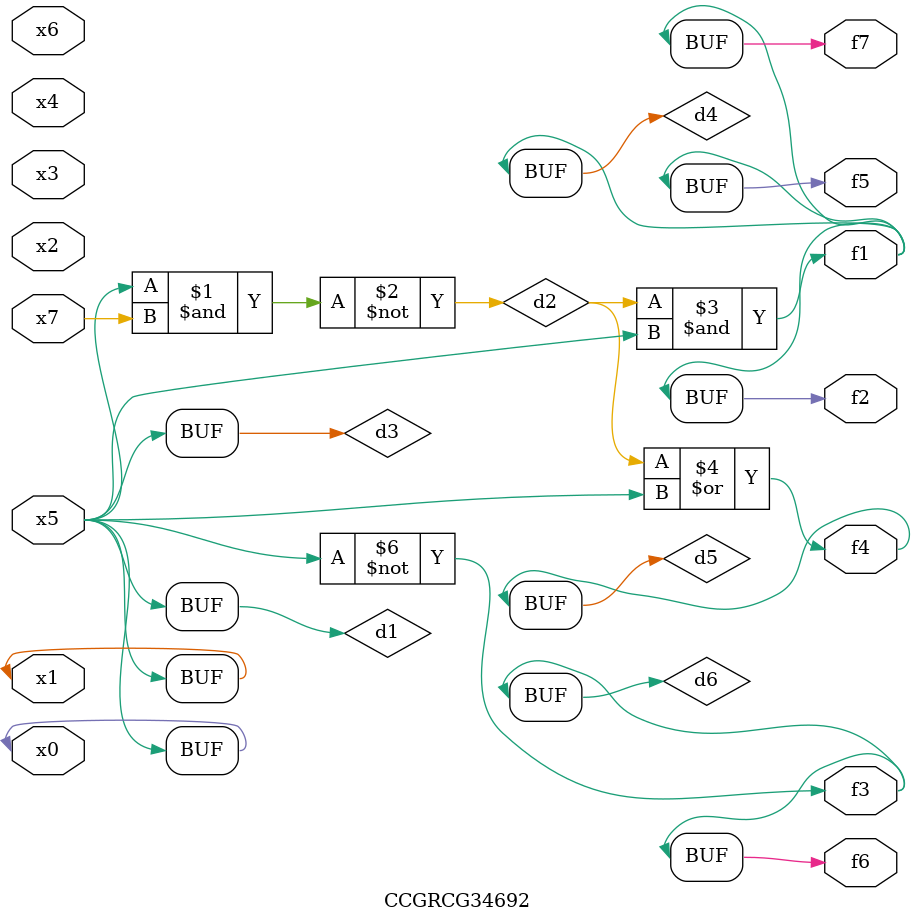
<source format=v>
module CCGRCG34692(
	input x0, x1, x2, x3, x4, x5, x6, x7,
	output f1, f2, f3, f4, f5, f6, f7
);

	wire d1, d2, d3, d4, d5, d6;

	buf (d1, x0, x5);
	nand (d2, x5, x7);
	buf (d3, x0, x1);
	and (d4, d2, d3);
	or (d5, d2, d3);
	nor (d6, d1, d3);
	assign f1 = d4;
	assign f2 = d4;
	assign f3 = d6;
	assign f4 = d5;
	assign f5 = d4;
	assign f6 = d6;
	assign f7 = d4;
endmodule

</source>
